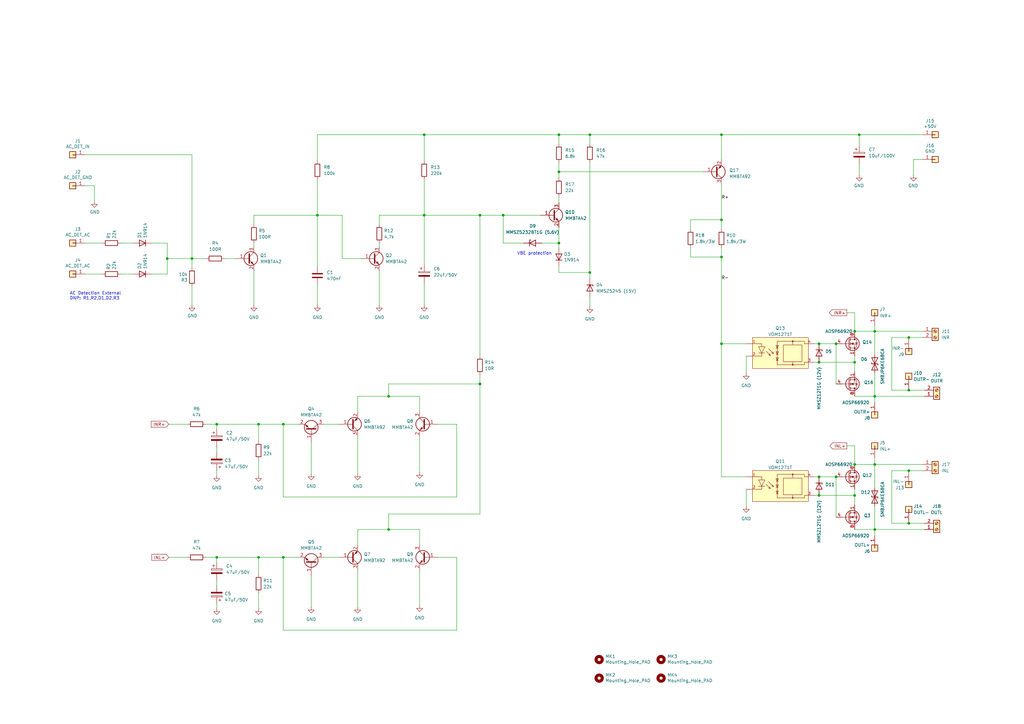
<source format=kicad_sch>
(kicad_sch (version 20230121) (generator eeschema)
  (paper "A3")
  (title_block (title "LS protection solid state relais") (date "2023-06-11") (rev "V6"))
  (lib_symbols
    (symbol "Connector:Screw_Terminal_01x02" (pin_names (offset 1.016) hide)
      (property "Reference" "J" (at 0 2.54 0))
      (property "Value" "Screw_Terminal_01x02" (at 0 -5.08 0))
      (symbol "Screw_Terminal_01x02_1_1"
        (rectangle (start -1.27 1.27) (end 1.27 -3.81) (stroke (width 0.254)) (fill (type background)))
        (circle (center 0 -2.54) (radius 0.635) (stroke (width 0.1524)))
        (polyline (pts (xy -0.5334 -2.2098) (xy 0.3302 -3.048)) (stroke (width 0.1524)))
        (polyline (pts (xy -0.5334 0.3302) (xy 0.3302 -0.508)) (stroke (width 0.1524)))
        (polyline (pts (xy -0.3556 -2.032) (xy 0.508 -2.8702)) (stroke (width 0.1524)))
        (polyline (pts (xy -0.3556 0.508) (xy 0.508 -0.3302)) (stroke (width 0.1524)))
        (circle (center 0 0) (radius 0.635) (stroke (width 0.1524)))
        (pin passive line (at -5.08 0 0) (length 3.81) (name "Pin_1") (number "1"))
        (pin passive line (at -5.08 -2.54 0) (length 3.81) (name "Pin_2") (number "2"))
      )
    )
    (symbol "Connector_Generic:Conn_01x01" (pin_names (offset 1.016) hide)
      (property "Reference" "J" (at 0 2.54 0))
      (property "Value" "Conn_01x01" (at 0 -2.54 0))
      (symbol "Conn_01x01_1_1"
        (rectangle (start -1.27 0.127) (end 0 -0.127) (stroke (width 0.1524)))
        (rectangle (start -1.27 1.27) (end 1.27 -1.27) (stroke (width 0.254)) (fill (type background)))
        (pin passive line (at -5.08 0 0) (length 3.81) (name "Pin_1") (number "1"))
      )
    )
    (symbol "Device:C" (pin_numbers hide) (pin_names (offset 0.254))
      (property "Reference" "C" (at 0.635 2.54 0))
      (property "Value" "C" (at 0.635 -2.54 0))
      (symbol "C_0_1"
        (polyline (pts (xy -2.032 -0.762) (xy 2.032 -0.762)) (stroke (width 0.508)))
        (polyline (pts (xy -2.032 0.762) (xy 2.032 0.762)) (stroke (width 0.508)))
      )
      (symbol "C_1_1"
        (pin passive line (at 0 3.81 270) (length 2.794) (name "~") (number "1"))
        (pin passive line (at 0 -3.81 90) (length 2.794) (name "~") (number "2"))
      )
    )
    (symbol "Device:C_Polarized" (pin_numbers hide) (pin_names (offset 0.254))
      (property "Reference" "C" (at 0.635 2.54 0))
      (property "Value" "C_Polarized" (at 0.635 -2.54 0))
      (symbol "C_Polarized_0_1"
        (rectangle (start -2.286 0.508) (end 2.286 1.016))
        (polyline (pts (xy -1.778 2.286) (xy -0.762 2.286)))
        (polyline (pts (xy -1.27 2.794) (xy -1.27 1.778)))
        (rectangle (start 2.286 -0.508) (end -2.286 -1.016) (fill (type outline)))
      )
      (symbol "C_Polarized_1_1"
        (pin passive line (at 0 3.81 270) (length 2.794) (name "~") (number "1"))
        (pin passive line (at 0 -3.81 90) (length 2.794) (name "~") (number "2"))
      )
    )
    (symbol "Device:D_TVS" (pin_numbers hide) (pin_names (offset 1.016) hide)
      (property "Reference" "D" (at 0 2.54 0))
      (property "Value" "D_TVS" (at 0 -2.54 0))
      (symbol "D_TVS_0_1"
        (polyline (pts (xy 1.27 0) (xy -1.27 0)))
        (polyline (pts (xy 0.508 1.27) (xy 0 1.27) (xy 0 -1.27) (xy -0.508 -1.27)) (stroke (width 0.254)))
        (polyline (pts (xy -2.54 1.27) (xy -2.54 -1.27) (xy 2.54 1.27) (xy 2.54 -1.27) (xy -2.54 1.27)) (stroke (width 0.254)))
      )
      (symbol "D_TVS_1_1"
        (pin passive line (at -3.81 0 0) (length 2.54) (name "A1") (number "1"))
        (pin passive line (at 3.81 0 180) (length 2.54) (name "A2") (number "2"))
      )
    )
    (symbol "Device:R" (pin_numbers hide) (pin_names (offset 0))
      (property "Reference" "R" (at 2.032 0 90))
      (property "Value" "R" (at 0 0 90))
      (symbol "R_0_1"
        (rectangle (start -1.016 -2.54) (end 1.016 2.54) (stroke (width 0.254)))
      )
      (symbol "R_1_1"
        (pin passive line (at 0 3.81 270) (length 1.27) (name "~") (number "1"))
        (pin passive line (at 0 -3.81 90) (length 1.27) (name "~") (number "2"))
      )
    )
    (symbol "Diode:1N4148" (pin_numbers hide) (pin_names (offset 1.016) hide)
      (property "Reference" "D" (at 0 2.54 0))
      (property "Value" "1N4148" (at 0 -2.54 0))
      (symbol "1N4148_0_1"
        (polyline (pts (xy -1.27 1.27) (xy -1.27 -1.27)) (stroke (width 0.254)))
        (polyline (pts (xy 1.27 0) (xy -1.27 0)))
        (polyline (pts (xy 1.27 1.27) (xy 1.27 -1.27) (xy -1.27 0) (xy 1.27 1.27)) (stroke (width 0.254)))
      )
      (symbol "1N4148_1_1"
        (pin passive line (at -3.81 0 0) (length 2.54) (name "K") (number "1"))
        (pin passive line (at 3.81 0 180) (length 2.54) (name "A") (number "2"))
      )
    )
    (symbol "Diode:1N47xxA" (pin_numbers hide) (pin_names (offset 1.016) hide)
      (property "Reference" "D" (at 0 2.54 0))
      (property "Value" "1N47xxA" (at 0 -2.54 0))
      (symbol "1N47xxA_0_1"
        (polyline (pts (xy 1.27 0) (xy -1.27 0)))
        (polyline (pts (xy -1.27 -1.27) (xy -1.27 1.27) (xy -0.762 1.27)) (stroke (width 0.254)))
        (polyline (pts (xy 1.27 -1.27) (xy 1.27 1.27) (xy -1.27 0) (xy 1.27 -1.27)) (stroke (width 0.254)))
      )
      (symbol "1N47xxA_1_1"
        (pin passive line (at -3.81 0 0) (length 2.54) (name "K") (number "1"))
        (pin passive line (at 3.81 0 180) (length 2.54) (name "A") (number "2"))
      )
    )
    (symbol "Mechanical:MountingHole" (pin_names (offset 1.016))
      (property "Reference" "H" (at 0 5.08 0))
      (property "Value" "MountingHole" (at 0 3.175 0))
      (symbol "MountingHole_0_1"
        (circle (center 0 0) (radius 1.27) (stroke (width 1.27)))
      )
    )
    (symbol "Transistor_BJT:MMBTA42" (pin_names (offset 0) hide)
      (property "Reference" "Q" (at 5.08 1.905 0))
      (property "Value" "MMBTA42" (at 5.08 0 0))
      (symbol "MMBTA42_0_1"
        (polyline (pts (xy 0 0) (xy 0.635 0)))
        (polyline (pts (xy 0.635 0.635) (xy 2.54 2.54)))
        (polyline (pts (xy 0.635 -0.635) (xy 2.54 -2.54) (xy 2.54 -2.54)))
        (polyline (pts (xy 0.635 1.905) (xy 0.635 -1.905) (xy 0.635 -1.905)) (stroke (width 0.508)))
        (polyline (pts (xy 1.27 -1.778) (xy 1.778 -1.27) (xy 2.286 -2.286) (xy 1.27 -1.778) (xy 1.27 -1.778)) (fill (type outline)))
        (circle (center 1.27 0) (radius 2.8194) (stroke (width 0.254)))
      )
      (symbol "MMBTA42_1_1"
        (pin input line (at -5.08 0 0) (length 5.08) (name "B") (number "1"))
        (pin passive line (at 2.54 -5.08 90) (length 2.54) (name "E") (number "2"))
        (pin passive line (at 2.54 5.08 270) (length 2.54) (name "C") (number "3"))
      )
    )
    (symbol "Transistor_BJT:MMBTA92" (pin_names (offset 0) hide)
      (property "Reference" "Q" (at 5.08 1.905 0))
      (property "Value" "MMBTA92" (at 5.08 0 0))
      (symbol "MMBTA92_0_1"
        (polyline (pts (xy 0 0) (xy 0.635 0)))
        (polyline (pts (xy 2.54 -2.54) (xy 0.635 -0.635)))
        (polyline (pts (xy 2.54 2.54) (xy 0.635 0.635)))
        (polyline (pts (xy 0.635 1.905) (xy 0.635 -1.905) (xy 0.635 -1.905)) (stroke (width 0.508)) (fill (type outline)))
        (polyline (pts (xy 1.905 -2.413) (xy 2.413 -1.905) (xy 1.397 -1.397) (xy 1.905 -2.413) (xy 1.905 -2.413)) (fill (type outline)))
        (circle (center 1.27 0) (radius 2.8194) (stroke (width 0.254)))
      )
      (symbol "MMBTA92_1_1"
        (pin input line (at -5.08 0 0) (length 5.08) (name "B") (number "1"))
        (pin passive line (at 2.54 -5.08 90) (length 2.54) (name "E") (number "2"))
        (pin passive line (at 2.54 5.08 270) (length 2.54) (name "C") (number "3"))
      )
    )
    (symbol "Transistor_FET:IRF7403" (pin_names hide)
      (property "Reference" "Q" (at 5.08 2.54 0))
      (property "Value" "IRF7403" (at 5.08 0 0))
      (symbol "IRF7403_0_1"
        (polyline (pts (xy 0.254 0) (xy -2.54 0)))
        (polyline (pts (xy 0.254 1.905) (xy 0.254 -1.905)) (stroke (width 0.254)))
        (polyline (pts (xy 0.762 -1.27) (xy 0.762 -2.286)) (stroke (width 0.254)))
        (polyline (pts (xy 0.762 0.508) (xy 0.762 -0.508)) (stroke (width 0.254)))
        (polyline (pts (xy 0.762 2.286) (xy 0.762 1.27)) (stroke (width 0.254)))
        (polyline (pts (xy 2.54 2.54) (xy 2.54 1.778)))
        (polyline (pts (xy 2.54 -2.54) (xy 2.54 0) (xy 0.762 0)))
        (polyline (pts (xy 0.762 -1.778) (xy 3.302 -1.778) (xy 3.302 1.778) (xy 0.762 1.778)))
        (polyline (pts (xy 1.016 0) (xy 2.032 0.381) (xy 2.032 -0.381) (xy 1.016 0)) (fill (type outline)))
        (polyline (pts (xy 2.794 0.508) (xy 2.921 0.381) (xy 3.683 0.381) (xy 3.81 0.254)))
        (polyline (pts (xy 3.302 0.381) (xy 2.921 -0.254) (xy 3.683 -0.254) (xy 3.302 0.381)))
        (circle (center 1.651 0) (radius 2.794) (stroke (width 0.254)))
        (circle (center 2.54 -1.778) (radius 0.254) (fill (type outline)))
        (circle (center 2.54 1.778) (radius 0.254) (fill (type outline)))
      )
      (symbol "IRF7403_1_1"
        (pin passive line (at 2.54 -5.08 90) (length 2.54) (name "S") (number "1"))
        (pin passive line (at 2.54 -5.08 90) (length 2.54) hide (name "S") (number "2"))
        (pin passive line (at 2.54 -5.08 90) (length 2.54) hide (name "S") (number "3"))
        (pin input line (at -5.08 0 0) (length 2.54) (name "G") (number "4"))
        (pin passive line (at 2.54 5.08 270) (length 2.54) hide (name "D") (number "5"))
        (pin passive line (at 2.54 5.08 270) (length 2.54) hide (name "D") (number "6"))
        (pin passive line (at 2.54 5.08 270) (length 2.54) hide (name "D") (number "7"))
        (pin passive line (at 2.54 5.08 270) (length 2.54) (name "D") (number "8"))
      )
    )
    (symbol "kicad-snk:VOM1271T" (pin_names (offset 1.016))
      (property "Reference" "Q" (at 0 5.08 0))
      (property "Value" "VOM1271T" (at 0 7.62 0))
      (symbol "VOM1271T_1_1"
        (polyline (pts (xy 7.62 -3.81) (xy 10.16 -3.81)))
        (polyline (pts (xy 7.62 -1.27) (xy 8.89 -3.81)))
        (polyline (pts (xy 7.62 -1.27) (xy 10.16 -1.27)))
        (polyline (pts (xy 8.89 -5.08) (xy 8.89 -3.81)))
        (polyline (pts (xy 8.89 -3.81) (xy 10.16 -1.27)))
        (polyline (pts (xy 8.89 0) (xy 8.89 -1.27)))
        (polyline (pts (xy 10.668 -3.048) (xy 12.446 -4.826)))
        (polyline (pts (xy 11.684 -2.032) (xy 13.716 -4.064)))
        (polyline (pts (xy 12.446 -4.826) (xy 11.684 -4.572)))
        (polyline (pts (xy 12.446 -4.826) (xy 12.192 -4.064)))
        (polyline (pts (xy 13.716 -4.064) (xy 12.954 -3.81)))
        (polyline (pts (xy 13.716 -4.064) (xy 13.462 -3.302)))
        (polyline (pts (xy 14.732 -6.858) (xy 15.748 -6.858)))
        (polyline (pts (xy 14.732 -5.842) (xy 15.748 -5.842)))
        (polyline (pts (xy 14.732 -4.318) (xy 15.748 -4.318)))
        (polyline (pts (xy 14.732 -3.302) (xy 15.24 -4.318)))
        (polyline (pts (xy 14.732 -3.302) (xy 15.748 -3.302)))
        (polyline (pts (xy 14.732 -1.778) (xy 15.748 -1.778)))
        (polyline (pts (xy 14.732 -0.762) (xy 15.748 -0.762)))
        (polyline (pts (xy 15.24 -8.636) (xy 15.24 1.016)))
        (polyline (pts (xy 15.24 -8.636) (xy 26.416 -8.636)))
        (polyline (pts (xy 15.24 -6.858) (xy 14.732 -5.842)))
        (polyline (pts (xy 15.24 -4.318) (xy 15.748 -3.302)))
        (polyline (pts (xy 15.24 -1.778) (xy 14.732 -0.762)))
        (polyline (pts (xy 15.24 1.016) (xy 26.416 1.016)))
        (polyline (pts (xy 15.748 -5.842) (xy 15.24 -6.858)))
        (polyline (pts (xy 15.748 -0.762) (xy 15.24 -1.778)))
        (polyline (pts (xy 21.59 -8.636) (xy 21.59 -7.62)))
        (polyline (pts (xy 21.59 1.016) (xy 21.59 -0.254)))
        (polyline (pts (xy 26.416 -8.636) (xy 26.416 -7.62)))
        (polyline (pts (xy 26.416 0) (xy 26.416 0.762)))
        (rectangle (start 5.08 2.54) (end 27.94 -10.16) (fill (type background)))
        (rectangle (start 17.78 -0.508) (end 25.4 -7.366) (fill (type background)))
        (circle (center 21.59 -8.636) (radius 0.254))
        (circle (center 21.59 1.016) (radius 0.254))
        (pin passive line (at 2.54 0 0) (length 6.35) (name "ANODE") (number "1"))
        (pin passive line (at 2.54 -5.08 0) (length 6.35) (name "CATHODE") (number "2"))
        (pin passive line (at 30.48 -7.62 180) (length 4.064) (name "3") (number "3"))
        (pin passive line (at 30.48 0 180) (length 4.064) (name "4") (number "4"))
      )
    )
    (symbol "power:GND" (power) (pin_names (offset 0))
      (property "Value" "GND" (at 0 -3.81 0))
      (symbol "GND_0_1"
        (polyline (pts (xy 0 0) (xy 0 -1.27) (xy 1.27 -1.27) (xy 0 -2.54) (xy -1.27 -1.27) (xy 0 -1.27)))
      )
      (symbol "GND_1_1"
        (pin power_in line (at 0 0 270) (length 0) hide (name "GND") (number "1"))
      )
    )
  )
  (junction (at 335.915 195.58))
  (junction (at 68.58 106.045))
  (junction (at 173.99 88.265))
  (junction (at 295.91 55.245))
  (junction (at 88.9 228.6))
  (junction (at 130.175 88.265))
  (junction (at 196.85 88.265))
  (junction (at 342.9 195.58))
  (junction (at 241.935 111.76))
  (junction (at 342.9 140.97))
  (junction (at 106.045 173.99))
  (junction (at 116.205 228.6))
  (junction (at 335.915 203.2))
  (junction (at 106.045 228.6))
  (junction (at 350.52 135.89))
  (junction (at 335.915 148.59))
  (junction (at 206.375 88.265))
  (junction (at 78.74 106.045))
  (junction (at 295.91 140.97))
  (junction (at 358.775 217.17))
  (junction (at 350.52 190.5))
  (junction (at 358.775 190.5))
  (junction (at 352.425 55.245))
  (junction (at 196.85 157.48))
  (junction (at 372.745 214.63))
  (junction (at 295.91 105.41))
  (junction (at 159.385 162.56))
  (junction (at 229.235 70.485))
  (junction (at 372.745 160.02))
  (junction (at 116.205 173.99))
  (junction (at 229.235 55.245))
  (junction (at 358.775 135.89))
  (junction (at 350.52 148.59))
  (junction (at 229.235 99.695))
  (junction (at 159.385 217.17))
  (junction (at 241.935 55.245))
  (junction (at 88.9 173.99))
  (junction (at 335.915 140.97))
  (junction (at 372.745 193.04))
  (junction (at 350.52 203.2))
  (junction (at 295.91 90.17))
  (junction (at 173.99 55.245))
  (junction (at 358.775 162.56))
  (junction (at 372.745 138.43))
  (wire (pts (xy 342.9 140.97) (xy 342.9 157.48)))
  (wire (pts (xy 116.205 203.835) (xy 187.325 203.835)))
  (wire (pts (xy 295.91 55.245) (xy 295.91 65.405)))
  (wire (pts (xy 196.85 210.82) (xy 196.85 157.48)))
  (wire (pts (xy 335.915 148.59) (xy 350.52 148.59)))
  (wire (pts (xy 104.14 111.125) (xy 104.14 125.095)))
  (wire (pts (xy 295.91 55.245) (xy 352.425 55.245)))
  (wire (pts (xy 229.235 70.485) (xy 288.29 70.485)))
  (wire (pts (xy 104.14 99.695) (xy 104.14 100.965)))
  (wire (pts (xy 132.715 228.6) (xy 139.065 228.6)))
  (wire (pts (xy 334.01 195.58) (xy 335.915 195.58)))
  (wire (pts (xy 92.075 106.045) (xy 96.52 106.045)))
  (wire (pts (xy 173.99 116.205) (xy 173.99 125.095)))
  (wire (pts (xy 88.9 228.6) (xy 88.9 230.505)))
  (wire (pts (xy 372.745 193.04) (xy 372.745 193.675)))
  (wire (pts (xy 358.775 217.17) (xy 379.095 217.17)))
  (wire (pts (xy 187.325 258.445) (xy 187.325 228.6)))
  (wire (pts (xy 159.385 157.48) (xy 159.385 162.56)))
  (wire (pts (xy 350.52 135.89) (xy 358.775 135.89)))
  (wire (pts (xy 372.745 159.385) (xy 372.745 160.02)))
  (wire (pts (xy 78.74 117.475) (xy 78.74 125.095)))
  (wire (pts (xy 358.775 145.415) (xy 358.775 135.89)))
  (wire (pts (xy 106.045 243.205) (xy 106.045 249.555)))
  (wire (pts (xy 196.85 157.48) (xy 159.385 157.48)))
  (wire (pts (xy 374.65 65.405) (xy 378.46 65.405)))
  (wire (pts (xy 229.235 93.345) (xy 229.235 99.695)))
  (wire (pts (xy 140.335 106.045) (xy 147.955 106.045)))
  (wire (pts (xy 335.915 140.97) (xy 342.9 140.97)))
  (wire (pts (xy 229.235 111.76) (xy 241.935 111.76)))
  (wire (pts (xy 127.635 181.61) (xy 127.635 194.31)))
  (wire (pts (xy 172.085 217.17) (xy 172.085 223.52)))
  (wire (pts (xy 88.9 173.99) (xy 106.045 173.99)))
  (wire (pts (xy 88.9 183.515) (xy 88.9 185.42)))
  (wire (pts (xy 140.335 88.265) (xy 140.335 106.045)))
  (wire (pts (xy 295.91 90.17) (xy 295.91 93.98)))
  (wire (pts (xy 295.91 140.97) (xy 295.91 195.58)))
  (wire (pts (xy 38.735 76.2) (xy 34.925 76.2)))
  (wire (pts (xy 295.91 105.41) (xy 295.91 140.97)))
  (wire (pts (xy 78.74 63.5) (xy 34.925 63.5)))
  (wire (pts (xy 173.99 88.265) (xy 155.575 88.265)))
  (wire (pts (xy 62.23 112.395) (xy 68.58 112.395)))
  (wire (pts (xy 241.935 121.92) (xy 241.935 125.73)))
  (wire (pts (xy 365.76 193.04) (xy 365.76 214.63)))
  (wire (pts (xy 334.01 203.2) (xy 335.915 203.2)))
  (wire (pts (xy 378.46 193.04) (xy 372.745 193.04)))
  (wire (pts (xy 378.46 138.43) (xy 372.745 138.43)))
  (wire (pts (xy 306.07 146.05) (xy 306.07 153.035)))
  (wire (pts (xy 116.205 228.6) (xy 116.205 258.445)))
  (wire (pts (xy 78.74 106.045) (xy 84.455 106.045)))
  (wire (pts (xy 49.53 99.695) (xy 54.61 99.695)))
  (wire (pts (xy 206.375 88.265) (xy 221.615 88.265)))
  (wire (pts (xy 347.345 182.88) (xy 350.52 182.88)))
  (wire (pts (xy 106.045 188.595) (xy 106.045 194.945)))
  (wire (pts (xy 358.775 190.5) (xy 378.46 190.5)))
  (wire (pts (xy 127.635 236.22) (xy 127.635 248.92)))
  (wire (pts (xy 350.52 200.66) (xy 350.52 203.2)))
  (wire (pts (xy 295.91 195.58) (xy 306.07 195.58)))
  (wire (pts (xy 283.21 93.98) (xy 283.21 90.17)))
  (wire (pts (xy 295.91 101.6) (xy 295.91 105.41)))
  (wire (pts (xy 241.935 111.76) (xy 241.935 114.3)))
  (wire (pts (xy 352.425 55.245) (xy 378.46 55.245)))
  (wire (pts (xy 229.235 109.22) (xy 229.235 111.76)))
  (wire (pts (xy 372.745 160.02) (xy 379.095 160.02)))
  (wire (pts (xy 155.575 88.265) (xy 155.575 92.075)))
  (wire (pts (xy 34.925 99.695) (xy 41.91 99.695)))
  (wire (pts (xy 173.99 55.245) (xy 130.175 55.245)))
  (wire (pts (xy 34.925 112.395) (xy 41.91 112.395)))
  (wire (pts (xy 68.58 106.045) (xy 68.58 112.395)))
  (wire (pts (xy 229.235 66.675) (xy 229.235 70.485)))
  (wire (pts (xy 49.53 112.395) (xy 54.61 112.395)))
  (wire (pts (xy 155.575 99.695) (xy 155.575 100.965)))
  (wire (pts (xy 106.045 228.6) (xy 116.205 228.6)))
  (wire (pts (xy 116.205 258.445) (xy 187.325 258.445)))
  (wire (pts (xy 173.99 73.66) (xy 173.99 88.265)))
  (wire (pts (xy 104.14 88.265) (xy 104.14 92.075)))
  (wire (pts (xy 196.85 88.265) (xy 196.85 146.05)))
  (wire (pts (xy 130.175 88.265) (xy 140.335 88.265)))
  (wire (pts (xy 295.91 140.97) (xy 306.07 140.97)))
  (wire (pts (xy 334.01 140.97) (xy 335.915 140.97)))
  (wire (pts (xy 350.52 217.17) (xy 358.775 217.17)))
  (wire (pts (xy 159.385 217.17) (xy 159.385 210.82)))
  (wire (pts (xy 106.045 173.99) (xy 106.045 180.975)))
  (wire (pts (xy 106.045 173.99) (xy 116.205 173.99)))
  (wire (pts (xy 116.205 173.99) (xy 122.555 173.99)))
  (wire (pts (xy 104.14 88.265) (xy 130.175 88.265)))
  (wire (pts (xy 358.775 207.645) (xy 358.775 217.17)))
  (wire (pts (xy 352.425 67.31) (xy 352.425 71.755)))
  (wire (pts (xy 78.74 106.045) (xy 78.74 109.855)))
  (wire (pts (xy 187.325 228.6) (xy 179.705 228.6)))
  (wire (pts (xy 130.175 73.66) (xy 130.175 88.265)))
  (wire (pts (xy 358.775 187.96) (xy 358.775 190.5)))
  (wire (pts (xy 358.775 217.17) (xy 358.775 219.71)))
  (wire (pts (xy 241.935 55.245) (xy 241.935 59.055)))
  (wire (pts (xy 146.685 179.07) (xy 146.685 194.31)))
  (wire (pts (xy 347.345 128.27) (xy 350.52 128.27)))
  (wire (pts (xy 173.99 55.245) (xy 229.235 55.245)))
  (wire (pts (xy 106.045 228.6) (xy 106.045 235.585)))
  (wire (pts (xy 350.52 182.88) (xy 350.52 190.5)))
  (wire (pts (xy 334.01 148.59) (xy 335.915 148.59)))
  (wire (pts (xy 342.9 195.58) (xy 342.9 212.09)))
  (wire (pts (xy 173.99 55.245) (xy 173.99 66.04)))
  (wire (pts (xy 295.91 75.565) (xy 295.91 90.17)))
  (wire (pts (xy 130.175 55.245) (xy 130.175 66.04)))
  (wire (pts (xy 130.175 88.265) (xy 130.175 109.22)))
  (wire (pts (xy 172.085 179.07) (xy 172.085 193.675)))
  (wire (pts (xy 68.58 99.695) (xy 62.23 99.695)))
  (wire (pts (xy 350.52 148.59) (xy 350.52 152.4)))
  (wire (pts (xy 283.21 105.41) (xy 283.21 101.6)))
  (wire (pts (xy 358.775 153.035) (xy 358.775 162.56)))
  (wire (pts (xy 222.25 99.695) (xy 229.235 99.695)))
  (wire (pts (xy 173.99 88.265) (xy 196.85 88.265)))
  (wire (pts (xy 159.385 162.56) (xy 172.085 162.56)))
  (wire (pts (xy 88.9 173.99) (xy 88.9 175.895)))
  (wire (pts (xy 283.21 90.17) (xy 295.91 90.17)))
  (wire (pts (xy 68.58 106.045) (xy 78.74 106.045)))
  (wire (pts (xy 350.52 146.05) (xy 350.52 148.59)))
  (wire (pts (xy 88.9 228.6) (xy 106.045 228.6)))
  (wire (pts (xy 229.235 99.695) (xy 229.235 101.6)))
  (wire (pts (xy 229.235 55.245) (xy 229.235 59.055)))
  (wire (pts (xy 350.52 128.27) (xy 350.52 135.89)))
  (wire (pts (xy 38.735 82.55) (xy 38.735 76.2)))
  (wire (pts (xy 187.325 203.835) (xy 187.325 173.99)))
  (wire (pts (xy 116.205 173.99) (xy 116.205 203.835)))
  (wire (pts (xy 229.235 70.485) (xy 229.235 73.025)))
  (wire (pts (xy 146.685 162.56) (xy 159.385 162.56)))
  (wire (pts (xy 88.9 193.04) (xy 88.9 194.945)))
  (wire (pts (xy 241.935 66.675) (xy 241.935 111.76)))
  (wire (pts (xy 88.9 238.125) (xy 88.9 240.03)))
  (wire (pts (xy 372.745 193.04) (xy 365.76 193.04)))
  (wire (pts (xy 372.745 213.995) (xy 372.745 214.63)))
  (wire (pts (xy 172.085 233.68) (xy 172.085 248.285)))
  (wire (pts (xy 146.685 217.17) (xy 159.385 217.17)))
  (wire (pts (xy 88.9 247.65) (xy 88.9 249.555)))
  (wire (pts (xy 365.76 160.02) (xy 372.745 160.02)))
  (wire (pts (xy 335.915 195.58) (xy 342.9 195.58)))
  (wire (pts (xy 196.85 153.67) (xy 196.85 157.48)))
  (wire (pts (xy 187.325 173.99) (xy 179.705 173.99)))
  (wire (pts (xy 335.915 203.2) (xy 350.52 203.2)))
  (wire (pts (xy 132.715 173.99) (xy 139.065 173.99)))
  (wire (pts (xy 350.52 162.56) (xy 358.775 162.56)))
  (wire (pts (xy 68.58 106.045) (xy 68.58 99.695)))
  (wire (pts (xy 69.215 173.99) (xy 76.835 173.99)))
  (wire (pts (xy 358.775 133.35) (xy 358.775 135.89)))
  (wire (pts (xy 372.745 214.63) (xy 379.095 214.63)))
  (wire (pts (xy 146.685 223.52) (xy 146.685 217.17)))
  (wire (pts (xy 206.375 99.695) (xy 206.375 88.265)))
  (wire (pts (xy 172.085 162.56) (xy 172.085 168.91)))
  (wire (pts (xy 358.775 200.025) (xy 358.775 190.5)))
  (wire (pts (xy 78.74 106.045) (xy 78.74 63.5)))
  (wire (pts (xy 196.85 88.265) (xy 206.375 88.265)))
  (wire (pts (xy 159.385 217.17) (xy 172.085 217.17)))
  (wire (pts (xy 84.455 228.6) (xy 88.9 228.6)))
  (wire (pts (xy 173.99 88.265) (xy 173.99 108.585)))
  (wire (pts (xy 358.775 135.89) (xy 378.46 135.89)))
  (wire (pts (xy 146.685 168.91) (xy 146.685 162.56)))
  (wire (pts (xy 229.235 80.645) (xy 229.235 83.185)))
  (wire (pts (xy 69.215 228.6) (xy 76.835 228.6)))
  (wire (pts (xy 84.455 173.99) (xy 88.9 173.99)))
  (wire (pts (xy 372.745 138.43) (xy 365.76 138.43)))
  (wire (pts (xy 283.21 105.41) (xy 295.91 105.41)))
  (wire (pts (xy 358.775 162.56) (xy 358.775 165.1)))
  (wire (pts (xy 155.575 111.125) (xy 155.575 125.095)))
  (wire (pts (xy 365.76 138.43) (xy 365.76 160.02)))
  (wire (pts (xy 365.76 214.63) (xy 372.745 214.63)))
  (wire (pts (xy 352.425 55.245) (xy 352.425 59.69)))
  (wire (pts (xy 130.175 116.84) (xy 130.175 125.095)))
  (wire (pts (xy 159.385 210.82) (xy 196.85 210.82)))
  (wire (pts (xy 146.685 233.68) (xy 146.685 248.92)))
  (wire (pts (xy 241.935 55.245) (xy 295.91 55.245)))
  (wire (pts (xy 372.745 138.43) (xy 372.745 139.065)))
  (wire (pts (xy 350.52 203.2) (xy 350.52 207.01)))
  (wire (pts (xy 374.65 71.755) (xy 374.65 65.405)))
  (wire (pts (xy 214.63 99.695) (xy 206.375 99.695)))
  (wire (pts (xy 229.235 55.245) (xy 241.935 55.245)))
  (wire (pts (xy 350.52 190.5) (xy 358.775 190.5)))
  (wire (pts (xy 306.07 200.66) (xy 306.07 207.645)))
  (wire (pts (xy 116.205 228.6) (xy 122.555 228.6)))
  (wire (pts (xy 358.775 162.56) (xy 379.095 162.56)))
  (text "AC Detection External\nDNP: R1,R2,D1,D2,R3" (at 28.575 123.19 0) (effects (font (size 1.27 1.27)) (justify left bottom)))
  (text "VBE protection" (at 212.09 104.775 0) (effects (font (size 1.27 1.27)) (justify left bottom)))
  (label "R+" (at 295.91 81.915 0))
  (label "R-" (at 295.91 114.935 0))
  (global_label "INL+" (shape output) (at 347.345 182.88 180) (property "Intersheetrefs" "${INTERSHEET_REFS}" (effects hide)))
  (global_label "INL+" (shape input) (at 69.215 228.6 180) (property "Intersheetrefs" "${INTERSHEET_REFS}" (effects hide)))
  (global_label "INR+" (shape output) (at 347.345 128.27 180) (property "Intersheetrefs" "${INTERSHEET_REFS}" (effects hide)))
  (global_label "INR+" (shape input) (at 69.215 173.99 180) (property "Intersheetrefs" "${INTERSHEET_REFS}" (effects hide)))
  (symbol (lib_id "power:GND") (at 374.65 71.755 0) (mirror y) (unit 1)
    (property "Reference" "#PWR0101" (effects hide))
    (property "Value" "GND" (at 374.523 76.1492 0))
  )
  (symbol (lib_id "Diode:1N47xxA") (at 335.915 144.78 270) (unit 1)
    (property "Reference" "D5" (at 338.455 144.145 90) (effects (justify left)))
    (property "Value" "MMSZ12T1G (12V)" (at 335.915 150.495 0) (effects (justify left)))
    (property "Footprint" "Diode_SMD:D_SOD-123" (effects hide))
  )
  (symbol (lib_id "power:GND") (at 306.07 207.645 0) (unit 1)
    (property "Reference" "#PWR0102" (effects hide))
    (property "Value" "GND" (at 306.07 212.725 0))
  )
  (symbol (lib_id "power:GND") (at 146.685 248.92 0) (unit 1)
    (property "Reference" "#PWR0110" (effects hide))
    (property "Value" "GND" (at 146.685 254 0))
  )
  (symbol (lib_id "Connector_Generic:Conn_01x01") (at 358.775 128.27 90) (unit 1)
    (property "Reference" "J7" (at 360.68 127 90) (effects (justify right)))
    (property "Value" "INR+" (at 360.68 129.54 90) (effects (justify right)))
    (property "Footprint" "kicad-snk:TE-726386-2_Pitch5.08mm_Drill1.3mm" (effects hide))
  )
  (symbol (lib_id "Device:R") (at 104.14 95.885 0) (unit 1)
    (property "Reference" "R5" (at 106.045 94.6149 0) (effects (justify left)))
    (property "Value" "100R" (at 106.045 97.1549 0) (effects (justify left)))
    (property "Footprint" "Resistor_SMD:R_0805_2012Metric_Pad1.20x1.40mm_HandSolder" (effects hide))
  )
  (symbol (lib_id "Transistor_FET:IRF7403") (at 347.98 195.58 0) (unit 1)
    (property "Reference" "Q12" (at 353.695 194.945 0) (effects (justify left)))
    (property "Value" "AOSP66920" (at 338.455 190.5 0) (effects (justify left)))
    (property "Footprint" "Package_SO:SOIC-8_3.9x4.9mm_P1.27mm" (effects hide))
    (property "Datasheet" "https://www.infineon.com/dgdl/irf7403pbf.pdf?fileId=5546d462533600a4015355fa23541b9c" (effects hide))
  )
  (symbol (lib_id "Transistor_BJT:MMBTA42") (at 174.625 228.6 0) (mirror y) (unit 1)
    (property "Reference" "Q9" (at 169.545 227.3299 0) (effects (justify left)))
    (property "Value" "MMBTA42" (at 169.545 229.8699 0) (effects (justify left)))
    (property "Footprint" "Package_TO_SOT_SMD:SOT-23" (effects hide))
    (property "Datasheet" "https://www.onsemi.com/pub/Collateral/MMBTA42LT1-D.PDF" (effects hide))
  )
  (symbol (lib_id "Transistor_BJT:MMBTA42") (at 101.6 106.045 0) (unit 1)
    (property "Reference" "Q1" (at 106.68 104.7749 0) (effects (justify left)))
    (property "Value" "MMBTA42" (at 106.68 107.3149 0) (effects (justify left)))
    (property "Footprint" "Package_TO_SOT_SMD:SOT-23" (effects hide))
    (property "Datasheet" "https://www.onsemi.com/pub/Collateral/MMBTA42LT1-D.PDF" (effects hide))
  )
  (symbol (lib_id "Transistor_BJT:MMBTA42") (at 153.035 106.045 0) (unit 1)
    (property "Reference" "Q2" (at 158.115 104.7749 0) (effects (justify left)))
    (property "Value" "MMBTA42" (at 158.115 107.3149 0) (effects (justify left)))
    (property "Footprint" "Package_TO_SOT_SMD:SOT-23" (effects hide))
    (property "Datasheet" "https://www.onsemi.com/pub/Collateral/MMBTA42LT1-D.PDF" (effects hide))
  )
  (symbol (lib_id "Connector_Generic:Conn_01x01") (at 358.775 170.18 270) (unit 1)
    (property "Reference" "J8" (at 356.87 171.45 90) (effects (justify right)))
    (property "Value" "OUTR+" (at 356.87 168.91 90) (effects (justify right)))
    (property "Footprint" "kicad-snk:TE-726386-2_Pitch5.08mm_Drill1.3mm" (effects hide))
  )
  (symbol (lib_id "Mechanical:MountingHole") (at 271.145 278.13 0) (unit 1)
    (property "Reference" "MK4" (at 273.685 276.8346 0) (effects (justify left)))
    (property "Value" "Mounting_Hole_PAD" (at 273.685 279.146 0) (effects (justify left)))
    (property "Footprint" "MountingHole:MountingHole_3.2mm_M3_Pad_Via" (effects hide))
  )
  (symbol (lib_id "Mechanical:MountingHole") (at 245.745 278.13 0) (unit 1)
    (property "Reference" "MK2" (at 248.285 276.8346 0) (effects (justify left)))
    (property "Value" "Mounting_Hole_PAD" (at 248.285 279.146 0) (effects (justify left)))
    (property "Footprint" "MountingHole:MountingHole_3.2mm_M3_Pad_Via" (effects hide))
  )
  (symbol (lib_id "Connector:Screw_Terminal_01x02") (at 383.54 135.89 0) (unit 1)
    (property "Reference" "J11" (at 386.08 135.8899 0) (effects (justify left)))
    (property "Value" "INR" (at 386.08 138.4299 0) (effects (justify left)))
    (property "Footprint" "TerminalBlock_RND:TerminalBlock_RND_205-00012_1x02_P5.00mm_Horizontal" (effects hide))
  )
  (symbol (lib_id "Diode:1N4148") (at 229.235 105.41 90) (unit 1)
    (property "Reference" "D3" (at 231.267 104.2416 90) (effects (justify right)))
    (property "Value" "1N914" (at 231.267 106.553 90) (effects (justify right)))
    (property "Footprint" "Diode_SMD:D_SOD-123" (effects hide))
    (property "Datasheet" "https://assets.nexperia.com/documents/data-sheet/1N4148_1N4448.pdf" (effects hide))
  )
  (symbol (lib_id "Connector_Generic:Conn_01x01") (at 29.845 63.5 180) (unit 1)
    (property "Reference" "J1" (at 31.9278 57.785 0))
    (property "Value" "AC_DET_IN" (at 31.9278 60.0964 0))
    (property "Footprint" "Connector_Pin:Pin_D1.0mm_L10.0mm" (effects hide))
  )
  (symbol (lib_id "Device:R") (at 45.72 112.395 90) (unit 1)
    (property "Reference" "R2" (at 44.5516 110.617 0) (effects (justify left)))
    (property "Value" "22k" (at 46.863 110.617 0) (effects (justify left)))
    (property "Footprint" "Resistor_SMD:R_0805_2012Metric_Pad1.20x1.40mm_HandSolder" (effects hide))
  )
  (symbol (lib_id "Device:C_Polarized") (at 88.9 189.23 180) (unit 1)
    (property "Reference" "C3" (at 92.075 188.8489 0) (effects (justify right)))
    (property "Value" "47uF/50V" (at 92.075 191.3889 0) (effects (justify right)))
    (property "Footprint" "Capacitor_THT:CP_Radial_D6.3mm_P2.50mm" (effects hide))
  )
  (symbol (lib_id "Connector_Generic:Conn_01x01") (at 29.845 112.395 180) (unit 1)
    (property "Reference" "J4" (at 31.9278 106.68 0))
    (property "Value" "AC_DET_AC" (at 31.9278 108.9914 0))
    (property "Footprint" "Connector_Pin:Pin_D1.0mm_L10.0mm" (effects hide))
  )
  (symbol (lib_id "Transistor_FET:IRF7403") (at 347.98 157.48 0) (mirror x) (unit 1)
    (property "Reference" "Q16" (at 354.33 156.845 0) (effects (justify left)))
    (property "Value" "AOSP66920" (at 345.44 165.1 0) (effects (justify left)))
    (property "Footprint" "Package_SO:SOIC-8_3.9x4.9mm_P1.27mm" (effects hide))
    (property "Datasheet" "https://www.infineon.com/dgdl/irf7403pbf.pdf?fileId=5546d462533600a4015355fa23541b9c" (effects hide))
  )
  (symbol (lib_id "power:GND") (at 38.735 82.55 0) (unit 1)
    (property "Reference" "#PWR0119" (effects hide))
    (property "Value" "GND" (at 38.862 86.9442 0))
  )
  (symbol (lib_id "Connector_Generic:Conn_01x01") (at 358.775 182.88 90) (unit 1)
    (property "Reference" "J5" (at 360.68 181.61 90) (effects (justify right)))
    (property "Value" "INL+" (at 360.68 184.15 90) (effects (justify right)))
    (property "Footprint" "kicad-snk:TE-726386-2_Pitch5.08mm_Drill1.3mm" (effects hide))
  )
  (symbol (lib_id "Device:R") (at 173.99 69.85 0) (unit 1)
    (property "Reference" "R13" (at 176.53 68.5799 0) (effects (justify left)))
    (property "Value" "220k" (at 176.53 71.1199 0) (effects (justify left)))
    (property "Footprint" "Resistor_SMD:R_0805_2012Metric_Pad1.20x1.40mm_HandSolder" (effects hide))
  )
  (symbol (lib_id "power:GND") (at 127.635 248.92 0) (unit 1)
    (property "Reference" "#PWR0107" (effects hide))
    (property "Value" "GND" (at 127.635 254 0))
  )
  (symbol (lib_id "power:GND") (at 88.9 249.555 0) (unit 1)
    (property "Reference" "#PWR0108" (effects hide))
    (property "Value" "GND" (at 88.9 254.635 0))
  )
  (symbol (lib_id "Mechanical:MountingHole") (at 271.145 270.51 0) (unit 1)
    (property "Reference" "MK3" (at 273.685 269.2146 0) (effects (justify left)))
    (property "Value" "Mounting_Hole_PAD" (at 273.685 271.526 0) (effects (justify left)))
    (property "Footprint" "MountingHole:MountingHole_3.2mm_M3_Pad_Via" (effects hide))
  )
  (symbol (lib_id "power:GND") (at 352.425 71.755 0) (mirror y) (unit 1)
    (property "Reference" "#PWR02" (effects hide))
    (property "Value" "GND" (at 352.298 76.1492 0))
  )
  (symbol (lib_id "Transistor_BJT:MMBTA92") (at 293.37 70.485 0) (mirror x) (unit 1)
    (property "Reference" "Q17" (at 299.085 69.85 0) (effects (justify left)))
    (property "Value" "MMBTA92" (at 299.085 72.39 0) (effects (justify left)))
    (property "Footprint" "Package_TO_SOT_SMD:SOT-23" (effects hide))
    (property "Datasheet" "https://www.onsemi.com/pub/Collateral/MMBTA92LT1-D.PDF" (effects hide))
  )
  (symbol (lib_id "Connector_Generic:Conn_01x01") (at 383.54 65.405 0) (mirror x) (unit 1)
    (property "Reference" "J16" (at 381.4572 59.69 0))
    (property "Value" "GND" (at 381.4572 62.0014 0))
    (property "Footprint" "Connector_Pin:Pin_D1.0mm_L10.0mm" (effects hide))
  )
  (symbol (lib_id "Device:C_Polarized") (at 88.9 234.315 0) (unit 1)
    (property "Reference" "C4" (at 92.71 232.1559 0) (effects (justify left)))
    (property "Value" "47uF/50V" (at 92.71 234.6959 0) (effects (justify left)))
    (property "Footprint" "Capacitor_THT:CP_Radial_D6.3mm_P2.50mm" (effects hide))
  )
  (symbol (lib_id "Transistor_BJT:MMBTA92") (at 144.145 228.6 0) (mirror x) (unit 1)
    (property "Reference" "Q7" (at 149.225 227.3299 0) (effects (justify left)))
    (property "Value" "MMBTA92" (at 149.225 229.8699 0) (effects (justify left)))
    (property "Footprint" "Package_TO_SOT_SMD:SOT-23" (effects hide))
    (property "Datasheet" "https://www.onsemi.com/pub/Collateral/MMBTA92LT1-D.PDF" (effects hide))
  )
  (symbol (lib_id "Device:C") (at 130.175 113.03 0) (unit 1)
    (property "Reference" "C1" (at 133.985 111.7599 0) (effects (justify left)))
    (property "Value" "470nF" (at 133.985 114.2999 0) (effects (justify left)))
    (property "Footprint" "Capacitor_SMD:C_1206_3216Metric_Pad1.33x1.80mm_HandSolder" (effects hide))
  )
  (symbol (lib_id "Device:C_Polarized") (at 88.9 179.705 0) (unit 1)
    (property "Reference" "C2" (at 92.71 177.5459 0) (effects (justify left)))
    (property "Value" "47uF/50V" (at 92.71 180.0859 0) (effects (justify left)))
    (property "Footprint" "Capacitor_THT:CP_Radial_D6.3mm_P2.50mm" (effects hide))
  )
  (symbol (lib_id "power:GND") (at 306.07 153.035 0) (unit 1)
    (property "Reference" "#PWR01" (effects hide))
    (property "Value" "GND" (at 306.07 158.115 0))
  )
  (symbol (lib_id "Diode:1N4148") (at 58.42 112.395 180) (unit 1)
    (property "Reference" "D2" (at 57.2516 110.363 90) (effects (justify right)))
    (property "Value" "1N914" (at 59.563 110.363 90) (effects (justify right)))
    (property "Footprint" "Diode_SMD:D_SOD-123" (effects hide))
    (property "Datasheet" "https://assets.nexperia.com/documents/data-sheet/1N4148_1N4448.pdf" (effects hide))
  )
  (symbol (lib_id "Device:C_Polarized") (at 352.425 63.5 0) (unit 1)
    (property "Reference" "C7" (at 356.235 61.3409 0) (effects (justify left)))
    (property "Value" "10uF/100V" (at 356.235 63.8809 0) (effects (justify left)))
    (property "Footprint" "Capacitor_THT:CP_Radial_D6.3mm_P2.50mm" (effects hide))
  )
  (symbol (lib_id "Diode:1N4148") (at 58.42 99.695 180) (unit 1)
    (property "Reference" "D1" (at 57.2516 97.663 90) (effects (justify right)))
    (property "Value" "1N914" (at 59.563 97.663 90) (effects (justify right)))
    (property "Footprint" "Diode_SMD:D_SOD-123" (effects hide))
    (property "Datasheet" "https://assets.nexperia.com/documents/data-sheet/1N4148_1N4448.pdf" (effects hide))
  )
  (symbol (lib_id "Device:R") (at 78.74 113.665 180) (unit 1)
    (property "Reference" "R3" (at 76.962 114.8334 0) (effects (justify left)))
    (property "Value" "10k" (at 76.962 112.522 0) (effects (justify left)))
    (property "Footprint" "Resistor_SMD:R_0805_2012Metric_Pad1.20x1.40mm_HandSolder" (effects hide))
  )
  (symbol (lib_id "Transistor_FET:IRF7403") (at 347.98 212.09 0) (mirror x) (unit 1)
    (property "Reference" "Q3" (at 354.33 211.455 0) (effects (justify left)))
    (property "Value" "AOSP66920" (at 345.44 219.71 0) (effects (justify left)))
    (property "Footprint" "Package_SO:SOIC-8_3.9x4.9mm_P1.27mm" (effects hide))
    (property "Datasheet" "https://www.infineon.com/dgdl/irf7403pbf.pdf?fileId=5546d462533600a4015355fa23541b9c" (effects hide))
  )
  (symbol (lib_id "Device:R") (at 80.645 228.6 90) (unit 1)
    (property "Reference" "R7" (at 80.645 222.25 90))
    (property "Value" "47k" (at 80.645 224.79 90))
    (property "Footprint" "Resistor_SMD:R_0805_2012Metric_Pad1.20x1.40mm_HandSolder" (effects hide))
  )
  (symbol (lib_id "Device:R") (at 106.045 239.395 180) (unit 1)
    (property "Reference" "R11" (at 107.95 238.1249 0) (effects (justify right)))
    (property "Value" "22k" (at 107.95 240.6649 0) (effects (justify right)))
    (property "Footprint" "Resistor_SMD:R_0805_2012Metric_Pad1.20x1.40mm_HandSolder" (effects hide))
  )
  (symbol (lib_id "Device:D_TVS") (at 358.775 149.225 90) (unit 1)
    (property "Reference" "D6" (at 353.06 147.32 90) (effects (justify right)))
    (property "Value" "SMBJP6KE68CA" (at 361.95 142.875 0) (effects (justify right)))
    (property "Footprint" "Diode_SMD:D_SMB_Handsoldering" (effects hide))
  )
  (symbol (lib_id "Connector_Generic:Conn_01x01") (at 372.745 144.145 270) (unit 1)
    (property "Reference" "J9" (at 370.84 145.415 90) (effects (justify right)))
    (property "Value" "INR-" (at 370.84 142.875 90) (effects (justify right)))
    (property "Footprint" "kicad-snk:TE-726386-2_Pitch5.08mm_Drill1.3mm" (effects hide))
  )
  (symbol (lib_id "Device:R") (at 196.85 149.86 180) (unit 1)
    (property "Reference" "R14" (at 198.755 148.5899 0) (effects (justify right)))
    (property "Value" "10R" (at 198.755 151.1299 0) (effects (justify right)))
    (property "Footprint" "Resistor_SMD:R_0805_2012Metric_Pad1.20x1.40mm_HandSolder" (effects hide))
  )
  (symbol (lib_id "Connector_Generic:Conn_01x01") (at 29.845 76.2 180) (unit 1)
    (property "Reference" "J2" (at 31.9278 70.485 0))
    (property "Value" "AC_DET_GND" (at 31.9278 72.7964 0))
    (property "Footprint" "Connector_Pin:Pin_D1.0mm_L10.0mm" (effects hide))
  )
  (symbol (lib_id "Device:R") (at 229.235 76.835 0) (unit 1)
    (property "Reference" "R17" (at 231.775 75.5649 0) (effects (justify left)))
    (property "Value" "22k" (at 231.775 78.1049 0) (effects (justify left)))
    (property "Footprint" "Resistor_SMD:R_0805_2012Metric_Pad1.20x1.40mm_HandSolder" (effects hide))
  )
  (symbol (lib_id "Device:R") (at 229.235 62.865 0) (unit 1)
    (property "Reference" "R15" (at 231.775 61.5949 0) (effects (justify left)))
    (property "Value" "6.8k" (at 231.775 64.1349 0) (effects (justify left)))
    (property "Footprint" "Resistor_SMD:R_0805_2012Metric_Pad1.20x1.40mm_HandSolder" (effects hide))
  )
  (symbol (lib_id "Diode:1N47xxA") (at 335.915 199.39 270) (unit 1)
    (property "Reference" "D11" (at 338.455 198.755 90) (effects (justify left)))
    (property "Value" "MMSZ12T1G (12V)" (at 335.915 205.105 0) (effects (justify left)))
    (property "Footprint" "Diode_SMD:D_SOD-123" (effects hide))
  )
  (symbol (lib_id "Device:R") (at 283.21 97.79 0) (unit 1)
    (property "Reference" "R18" (at 285.115 96.52 0) (effects (justify left)))
    (property "Value" "1.8k/3W" (at 285.115 99.06 0) (effects (justify left)))
    (property "Footprint" "Resistor_SMD:R_2512_6332Metric_Pad1.40x3.35mm_HandSolder" (effects hide))
  )
  (symbol (lib_id "Connector:Screw_Terminal_01x02") (at 383.54 190.5 0) (unit 1)
    (property "Reference" "J17" (at 386.08 190.4999 0) (effects (justify left)))
    (property "Value" "INL" (at 386.08 193.0399 0) (effects (justify left)))
    (property "Footprint" "TerminalBlock_RND:TerminalBlock_RND_205-00012_1x02_P5.00mm_Horizontal" (effects hide))
  )
  (symbol (lib_id "Diode:1N47xxA") (at 241.935 118.11 270) (unit 1)
    (property "Reference" "D4" (at 244.475 116.8399 90) (effects (justify left)))
    (property "Value" "MMSZ5245 (15V)" (at 244.475 119.3799 90) (effects (justify left)))
    (property "Footprint" "Diode_SMD:D_SOD-123" (effects hide))
  )
  (symbol (lib_id "Transistor_BJT:MMBTA42") (at 174.625 173.99 0) (mirror y) (unit 1)
    (property "Reference" "Q8" (at 169.545 172.7199 0) (effects (justify left)))
    (property "Value" "MMBTA42" (at 169.545 175.2599 0) (effects (justify left)))
    (property "Footprint" "Package_TO_SOT_SMD:SOT-23" (effects hide))
    (property "Datasheet" "https://www.onsemi.com/pub/Collateral/MMBTA42LT1-D.PDF" (effects hide))
  )
  (symbol (lib_id "kicad-snk:VOM1271T") (at 303.53 195.58 0) (unit 1)
    (property "Reference" "Q11" (at 320.04 189.23 0))
    (property "Value" "VOM1271T" (at 320.04 191.77 0))
    (property "Footprint" "kicad-snk:Vishay-VOM1271T-0-0-0" (effects hide))
    (property "Datasheet" "http://www.vishay.com/docs/83469/vom1271t.pdf" (effects hide))
    (property "ambient temperature range high" "+100°C" (effects hide))
    (property "ambient temperature range low" "-40°C" (effects hide))
    (property "category" "Trans" (effects hide))
    (property "device class L1" "Optoelectronics" (effects hide))
    (property "device class L2" "Optocouplers" (effects hide))
    (property "device class L3" "unset" (effects hide))
    (property "digikey description" "OPTOISOLATOR 4.5KV PHVOLT 4-SOP" (effects hide))
    (property "digikey part number" "VOM1271TCT-ND" (effects hide))
    (property "forward current" "50mA" (effects hide))
    (property "forward voltage" "1.4V" (effects hide))
    (property "height" "2.42mm" (effects hide))
    (property "isolation voltage" "4500V" (effects hide))
    (property "lead free" "yes" (effects hide))
    (property "library id" "46501697445aa64b" (effects hide))
    (property "manufacturer" "Vishay" (effects hide))
    (property "mouser description" "VOM1271 Series Single Channel 4500 Vrms Photovoltaic MOSFET Driver - SOP-4" (effects hide))
    (property "mouser part number" "78-VOM1271T" (effects hide))
    (property "package" "SOP4" (effects hide))
    (property "rohs" "yes" (effects hide))
    (property "standoff height" "0mm" (effects hide))
    (property "temperature range high" "+100°C" (effects hide))
    (property "temperature range low" "-40°C" (effects hide))
    (property "turn off delay time" "24us" (effects hide))
    (property "turn on delay time" "53us" (effects hide))
  )
  (symbol (lib_id "Device:R") (at 241.935 62.865 0) (unit 1)
    (property "Reference" "R16" (at 244.475 61.5949 0) (effects (justify left)))
    (property "Value" "47k" (at 244.475 64.1349 0) (effects (justify left)))
    (property "Footprint" "Resistor_SMD:R_0805_2012Metric_Pad1.20x1.40mm_HandSolder" (effects hide))
  )
  (symbol (lib_id "power:GND") (at 172.085 193.675 0) (unit 1)
    (property "Reference" "#PWR0103" (effects hide))
    (property "Value" "GND" (at 172.085 198.755 0))
  )
  (symbol (lib_id "Diode:1N47xxA") (at 218.44 99.695 0) (unit 1)
    (property "Reference" "D9" (at 218.44 92.71 0))
    (property "Value" "MMSZ5232BT1G (5.6V)" (at 218.44 95.25 0))
    (property "Footprint" "Diode_SMD:D_SOD-123" (effects hide))
  )
  (symbol (lib_id "Connector_Generic:Conn_01x01") (at 383.54 55.245 0) (mirror x) (unit 1)
    (property "Reference" "J15" (at 381.4572 49.53 0))
    (property "Value" "+50V" (at 381.4572 51.8414 0))
    (property "Footprint" "Connector_Pin:Pin_D1.0mm_L10.0mm" (effects hide))
  )
  (symbol (lib_id "power:GND") (at 155.575 125.095 0) (unit 1)
    (property "Reference" "#PWR0115" (effects hide))
    (property "Value" "GND" (at 155.575 130.175 0))
  )
  (symbol (lib_id "power:GND") (at 106.045 194.945 0) (unit 1)
    (property "Reference" "#PWR0114" (effects hide))
    (property "Value" "GND" (at 106.045 200.025 0))
  )
  (symbol (lib_id "Device:C_Polarized") (at 88.9 243.84 180) (unit 1)
    (property "Reference" "C5" (at 92.075 243.4589 0) (effects (justify right)))
    (property "Value" "47uF/50V" (at 92.075 245.9989 0) (effects (justify right)))
    (property "Footprint" "Capacitor_THT:CP_Radial_D6.3mm_P2.50mm" (effects hide))
  )
  (symbol (lib_id "power:GND") (at 88.9 194.945 0) (unit 1)
    (property "Reference" "#PWR0111" (effects hide))
    (property "Value" "GND" (at 88.9 200.025 0))
  )
  (symbol (lib_id "Connector_Generic:Conn_01x01") (at 29.845 99.695 180) (unit 1)
    (property "Reference" "J3" (at 31.9278 93.98 0))
    (property "Value" "AC_DET_AC" (at 31.9278 96.2914 0))
    (property "Footprint" "Connector_Pin:Pin_D1.0mm_L10.0mm" (effects hide))
  )
  (symbol (lib_id "Device:R") (at 80.645 173.99 90) (unit 1)
    (property "Reference" "R6" (at 80.645 167.64 90))
    (property "Value" "47k" (at 80.645 170.18 90))
    (property "Footprint" "Resistor_SMD:R_0805_2012Metric_Pad1.20x1.40mm_HandSolder" (effects hide))
  )
  (symbol (lib_id "Connector_Generic:Conn_01x01") (at 372.745 198.755 270) (unit 1)
    (property "Reference" "J13" (at 370.84 200.025 90) (effects (justify right)))
    (property "Value" "INL-" (at 370.84 197.485 90) (effects (justify right)))
    (property "Footprint" "kicad-snk:TE-726386-2_Pitch5.08mm_Drill1.3mm" (effects hide))
  )
  (symbol (lib_id "power:GND") (at 172.085 248.285 0) (unit 1)
    (property "Reference" "#PWR0106" (effects hide))
    (property "Value" "GND" (at 172.085 253.365 0))
  )
  (symbol (lib_id "power:GND") (at 78.74 125.095 0) (unit 1)
    (property "Reference" "#PWR0118" (effects hide))
    (property "Value" "GND" (at 78.867 129.4892 0))
  )
  (symbol (lib_id "power:GND") (at 173.99 125.095 0) (unit 1)
    (property "Reference" "#PWR0104" (effects hide))
    (property "Value" "GND" (at 173.99 130.175 0))
  )
  (symbol (lib_id "Device:R") (at 88.265 106.045 90) (unit 1)
    (property "Reference" "R4" (at 88.265 99.695 90))
    (property "Value" "100R" (at 88.265 102.235 90))
    (property "Footprint" "Resistor_SMD:R_0805_2012Metric_Pad1.20x1.40mm_HandSolder" (effects hide))
  )
  (symbol (lib_id "Connector:Screw_Terminal_01x02") (at 384.175 217.17 0) (mirror x) (unit 1)
    (property "Reference" "J18" (at 384.175 207.645 0))
    (property "Value" "OUTL" (at 384.175 210.185 0))
    (property "Footprint" "TerminalBlock_RND:TerminalBlock_RND_205-00012_1x02_P5.00mm_Horizontal" (effects hide))
  )
  (symbol (lib_id "power:GND") (at 106.045 249.555 0) (unit 1)
    (property "Reference" "#PWR0109" (effects hide))
    (property "Value" "GND" (at 106.045 254.635 0))
  )
  (symbol (lib_id "Transistor_BJT:MMBTA42") (at 226.695 88.265 0) (unit 1)
    (property "Reference" "Q10" (at 231.775 86.9949 0) (effects (justify left)))
    (property "Value" "MMBTA42" (at 231.775 89.5349 0) (effects (justify left)))
    (property "Footprint" "Package_TO_SOT_SMD:SOT-23" (effects hide))
    (property "Datasheet" "https://www.onsemi.com/pub/Collateral/MMBTA42LT1-D.PDF" (effects hide))
  )
  (symbol (lib_id "Transistor_BJT:MMBTA92") (at 144.145 173.99 0) (mirror x) (unit 1)
    (property "Reference" "Q6" (at 149.225 172.7199 0) (effects (justify left)))
    (property "Value" "MMBTA92" (at 149.225 175.2599 0) (effects (justify left)))
    (property "Footprint" "Package_TO_SOT_SMD:SOT-23" (effects hide))
    (property "Datasheet" "https://www.onsemi.com/pub/Collateral/MMBTA92LT1-D.PDF" (effects hide))
  )
  (symbol (lib_id "power:GND") (at 130.175 125.095 0) (unit 1)
    (property "Reference" "#PWR0116" (effects hide))
    (property "Value" "GND" (at 130.175 130.175 0))
  )
  (symbol (lib_id "power:GND") (at 127.635 194.31 0) (unit 1)
    (property "Reference" "#PWR0113" (effects hide))
    (property "Value" "GND" (at 127.635 199.39 0))
  )
  (symbol (lib_id "power:GND") (at 146.685 194.31 0) (unit 1)
    (property "Reference" "#PWR0112" (effects hide))
    (property "Value" "GND" (at 146.685 199.39 0))
  )
  (symbol (lib_id "Device:R") (at 45.72 99.695 90) (unit 1)
    (property "Reference" "R1" (at 44.5516 97.917 0) (effects (justify left)))
    (property "Value" "22k" (at 46.863 97.917 0) (effects (justify left)))
    (property "Footprint" "Resistor_SMD:R_0805_2012Metric_Pad1.20x1.40mm_HandSolder" (effects hide))
  )
  (symbol (lib_id "Connector_Generic:Conn_01x01") (at 358.775 224.79 270) (unit 1)
    (property "Reference" "J6" (at 356.87 226.06 90) (effects (justify right)))
    (property "Value" "OUTL+" (at 356.87 223.52 90) (effects (justify right)))
    (property "Footprint" "kicad-snk:TE-726386-2_Pitch5.08mm_Drill1.3mm" (effects hide))
  )
  (symbol (lib_id "Transistor_FET:IRF7403") (at 347.98 140.97 0) (unit 1)
    (property "Reference" "Q14" (at 353.695 140.335 0) (effects (justify left)))
    (property "Value" "AOSP66920" (at 338.455 135.89 0) (effects (justify left)))
    (property "Footprint" "Package_SO:SOIC-8_3.9x4.9mm_P1.27mm" (effects hide))
    (property "Datasheet" "https://www.infineon.com/dgdl/irf7403pbf.pdf?fileId=5546d462533600a4015355fa23541b9c" (effects hide))
  )
  (symbol (lib_id "Transistor_BJT:MMBTA42") (at 127.635 231.14 270) (mirror x) (unit 1)
    (property "Reference" "Q5" (at 127.635 222.25 90))
    (property "Value" "MMBTA42" (at 127.635 224.79 90))
    (property "Footprint" "Package_TO_SOT_SMD:SOT-23" (effects hide))
    (property "Datasheet" "https://www.onsemi.com/pub/Collateral/MMBTA42LT1-D.PDF" (effects hide))
  )
  (symbol (lib_id "Connector_Generic:Conn_01x01") (at 372.745 154.305 90) (unit 1)
    (property "Reference" "J10" (at 374.65 153.035 90) (effects (justify right)))
    (property "Value" "OUTR-" (at 374.65 155.575 90) (effects (justify right)))
    (property "Footprint" "kicad-snk:TE-726386-2_Pitch5.08mm_Drill1.3mm" (effects hide))
  )
  (symbol (lib_id "Connector_Generic:Conn_01x01") (at 372.745 208.915 90) (unit 1)
    (property "Reference" "J14" (at 374.65 207.645 90) (effects (justify right)))
    (property "Value" "OUTL-" (at 374.65 210.185 90) (effects (justify right)))
    (property "Footprint" "kicad-snk:TE-726386-2_Pitch5.08mm_Drill1.3mm" (effects hide))
  )
  (symbol (lib_id "Device:R") (at 106.045 184.785 180) (unit 1)
    (property "Reference" "R9" (at 107.95 183.5149 0) (effects (justify right)))
    (property "Value" "22k" (at 107.95 186.0549 0) (effects (justify right)))
    (property "Footprint" "Resistor_SMD:R_0805_2012Metric_Pad1.20x1.40mm_HandSolder" (effects hide))
  )
  (symbol (lib_id "Device:R") (at 295.91 97.79 0) (unit 1)
    (property "Reference" "R10" (at 297.815 96.52 0) (effects (justify left)))
    (property "Value" "1.8k/3W" (at 297.815 99.06 0) (effects (justify left)))
    (property "Footprint" "Resistor_SMD:R_2512_6332Metric_Pad1.40x3.35mm_HandSolder" (effects hide))
  )
  (symbol (lib_id "power:GND") (at 241.935 125.73 0) (unit 1)
    (property "Reference" "#PWR0105" (effects hide))
    (property "Value" "GND" (at 241.935 130.81 0))
  )
  (symbol (lib_id "Device:C_Polarized") (at 173.99 112.395 0) (unit 1)
    (property "Reference" "C6" (at 177.8 110.2359 0) (effects (justify left)))
    (property "Value" "22uF/50V" (at 177.8 112.7759 0) (effects (justify left)))
    (property "Footprint" "Capacitor_THT:CP_Radial_D5.0mm_P2.00mm" (effects hide))
  )
  (symbol (lib_id "power:GND") (at 104.14 125.095 0) (unit 1)
    (property "Reference" "#PWR0117" (effects hide))
    (property "Value" "GND" (at 104.14 130.175 0))
  )
  (symbol (lib_id "kicad-snk:VOM1271T") (at 303.53 140.97 0) (unit 1)
    (property "Reference" "Q13" (at 320.04 134.62 0))
    (property "Value" "VOM1271T" (at 320.04 137.16 0))
    (property "Footprint" "kicad-snk:Vishay-VOM1271T-0-0-0" (effects hide))
    (property "Datasheet" "http://www.vishay.com/docs/83469/vom1271t.pdf" (effects hide))
    (property "ambient temperature range high" "+100°C" (effects hide))
    (property "ambient temperature range low" "-40°C" (effects hide))
    (property "category" "Trans" (effects hide))
    (property "device class L1" "Optoelectronics" (effects hide))
    (property "device class L2" "Optocouplers" (effects hide))
    (property "device class L3" "unset" (effects hide))
    (property "digikey description" "OPTOISOLATOR 4.5KV PHVOLT 4-SOP" (effects hide))
    (property "digikey part number" "VOM1271TCT-ND" (effects hide))
    (property "forward current" "50mA" (effects hide))
    (property "forward voltage" "1.4V" (effects hide))
    (property "height" "2.42mm" (effects hide))
    (property "isolation voltage" "4500V" (effects hide))
    (property "lead free" "yes" (effects hide))
    (property "library id" "46501697445aa64b" (effects hide))
    (property "manufacturer" "Vishay" (effects hide))
    (property "mouser description" "VOM1271 Series Single Channel 4500 Vrms Photovoltaic MOSFET Driver - SOP-4" (effects hide))
    (property "mouser part number" "78-VOM1271T" (effects hide))
    (property "package" "SOP4" (effects hide))
    (property "rohs" "yes" (effects hide))
    (property "standoff height" "0mm" (effects hide))
    (property "temperature range high" "+100°C" (effects hide))
    (property "temperature range low" "-40°C" (effects hide))
    (property "turn off delay time" "24us" (effects hide))
    (property "turn on delay time" "53us" (effects hide))
  )
  (symbol (lib_id "Device:R") (at 155.575 95.885 0) (unit 1)
    (property "Reference" "R12" (at 157.48 94.6149 0) (effects (justify left)))
    (property "Value" "4.7k" (at 157.48 97.1549 0) (effects (justify left)))
    (property "Footprint" "Resistor_SMD:R_0805_2012Metric_Pad1.20x1.40mm_HandSolder" (effects hide))
  )
  (symbol (lib_id "Connector:Screw_Terminal_01x02") (at 384.175 162.56 0) (mirror x) (unit 1)
    (property "Reference" "J12" (at 384.175 153.67 0))
    (property "Value" "OUTR" (at 384.175 156.21 0))
    (property "Footprint" "TerminalBlock_RND:TerminalBlock_RND_205-00012_1x02_P5.00mm_Horizontal" (effects hide))
  )
  (symbol (lib_id "Mechanical:MountingHole") (at 245.745 270.51 0) (unit 1)
    (property "Reference" "MK1" (at 248.285 269.2146 0) (effects (justify left)))
    (property "Value" "Mounting_Hole_PAD" (at 248.285 271.526 0) (effects (justify left)))
    (property "Footprint" "MountingHole:MountingHole_3.2mm_M3_Pad_Via" (effects hide))
  )
  (symbol (lib_id "Device:R") (at 130.175 69.85 0) (unit 1)
    (property "Reference" "R8" (at 132.715 68.5799 0) (effects (justify left)))
    (property "Value" "100k" (at 132.715 71.1199 0) (effects (justify left)))
    (property "Footprint" "Resistor_SMD:R_0805_2012Metric_Pad1.20x1.40mm_HandSolder" (effects hide))
  )
  (symbol (lib_id "Transistor_BJT:MMBTA42") (at 127.635 176.53 270) (mirror x) (unit 1)
    (property "Reference" "Q4" (at 127.635 167.64 90))
    (property "Value" "MMBTA42" (at 127.635 170.18 90))
    (property "Footprint" "Package_TO_SOT_SMD:SOT-23" (effects hide))
    (property "Datasheet" "https://www.onsemi.com/pub/Collateral/MMBTA42LT1-D.PDF" (effects hide))
  )
  (symbol (lib_id "Device:D_TVS") (at 358.775 203.835 90) (unit 1)
    (property "Reference" "D12" (at 353.06 201.93 90) (effects (justify right)))
    (property "Value" "SMBJP6KE68CA" (at 361.95 197.485 0) (effects (justify right)))
    (property "Footprint" "Diode_SMD:D_SMB_Handsoldering" (effects hide))
  )
)
</source>
